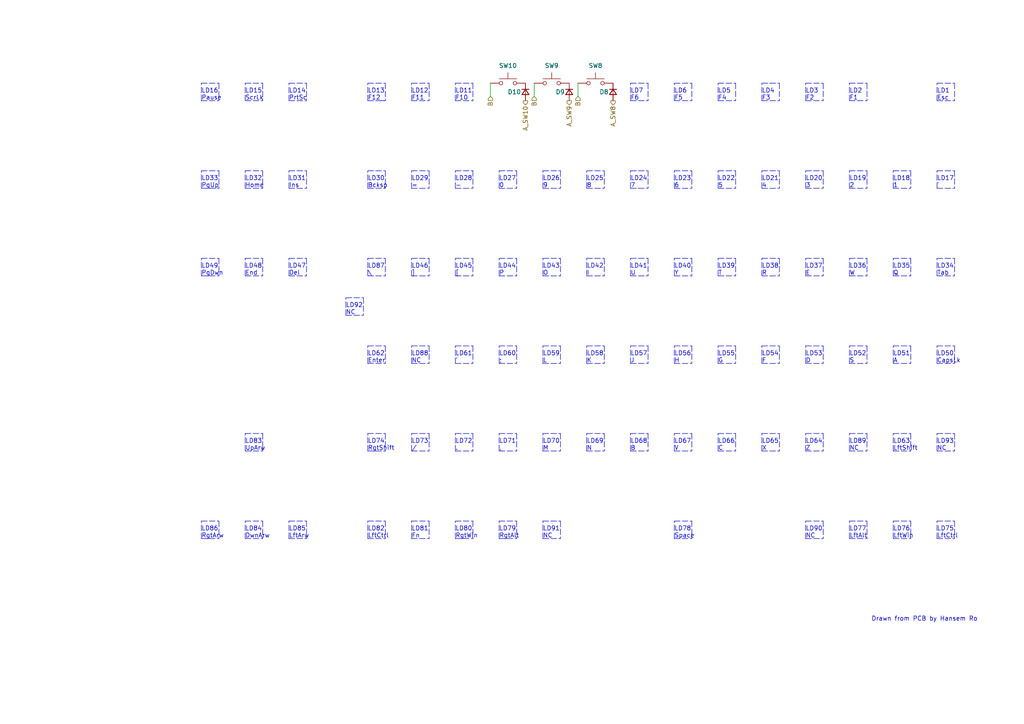
<source format=kicad_sch>
(kicad_sch (version 20211123) (generator eeschema)
  (paper "A4")
  (lib_symbols
    (symbol "Device:D_Small" (pin_numbers hide) (pin_names (offset 0.254) hide)
      (property "Reference" "D" (at -1.27 2.032 0))
      (property "Value" "D_Small" (at -3.81 -2.032 0))
      (symbol "D_Small_0_1"
        (polyline (pts (xy -0.762 -1.016) (xy -0.762 1.016)) (stroke (width 0.254)))
        (polyline (pts (xy -0.762 0) (xy 0.762 0)))
        (polyline (pts (xy 0.762 -1.016) (xy -0.762 0) (xy 0.762 1.016) (xy 0.762 -1.016)) (stroke (width 0.254)))
      )
      (symbol "D_Small_1_1"
        (pin passive line (at -2.54 0 0) (length 1.778) (name "K") (number "1"))
        (pin passive line (at 2.54 0 180) (length 1.778) (name "A") (number "2"))
      )
    )
    (symbol "Switch:SW_Push" (pin_numbers hide) (pin_names (offset 1.016) hide)
      (property "Reference" "SW" (at 1.27 2.54 0))
      (property "Value" "SW_Push" (at 0 -1.524 0))
      (symbol "SW_Push_0_1"
        (circle (center -2.032 0) (radius 0.508))
        (polyline (pts (xy 0 1.27) (xy 0 3.048)))
        (polyline (pts (xy 2.54 1.27) (xy -2.54 1.27)))
        (circle (center 2.032 0) (radius 0.508))
        (pin passive line (at -5.08 0 0) (length 2.54) (name "1") (number "1"))
        (pin passive line (at 5.08 0 180) (length 2.54) (name "2") (number "2"))
      )
    )
  )
  (polyline (pts (xy 226.06 125.73) (xy 226.06 130.81)))
  (polyline (pts (xy 119.38 156.21) (xy 124.46 156.21)))
  (polyline (pts (xy 276.86 151.13) (xy 276.86 156.21)))
  (polyline (pts (xy 271.78 151.13) (xy 276.86 151.13)))
  (polyline (pts (xy 259.08 49.53) (xy 264.16 49.53)))
  (polyline (pts (xy 220.98 24.13) (xy 226.06 24.13)))
  (polyline (pts (xy 226.06 49.53) (xy 226.06 54.61)))
  (polyline (pts (xy 187.96 100.33) (xy 187.96 105.41)))
  (polyline (pts (xy 271.78 80.01) (xy 276.86 80.01)))
  (polyline (pts (xy 157.48 151.13) (xy 162.56 151.13)))
  (polyline (pts (xy 83.82 54.61) (xy 83.82 49.53)))
  (polyline (pts (xy 170.18 130.81) (xy 175.26 130.81)))
  (polyline (pts (xy 175.26 49.53) (xy 175.26 54.61)))
  (polyline (pts (xy 259.08 105.41) (xy 264.16 105.41)))
  (polyline (pts (xy 264.16 151.13) (xy 264.16 156.21)))
  (polyline (pts (xy 106.68 125.73) (xy 111.76 125.73)))
  (polyline (pts (xy 233.68 54.61) (xy 238.76 54.61)))
  (polyline (pts (xy 119.38 80.01) (xy 124.46 80.01)))
  (polyline (pts (xy 259.08 80.01) (xy 264.16 80.01)))
  (polyline (pts (xy 271.78 80.01) (xy 271.78 74.93)))
  (polyline (pts (xy 106.68 105.41) (xy 111.76 105.41)))
  (polyline (pts (xy 132.08 100.33) (xy 137.16 100.33)))
  (polyline (pts (xy 157.48 54.61) (xy 157.48 49.53)))
  (polyline (pts (xy 195.58 125.73) (xy 200.66 125.73)))
  (polyline (pts (xy 200.66 49.53) (xy 200.66 54.61)))
  (polyline (pts (xy 137.16 24.13) (xy 137.16 29.21)))
  (polyline (pts (xy 195.58 80.01) (xy 195.58 74.93)))
  (polyline (pts (xy 195.58 105.41) (xy 200.66 105.41)))
  (polyline (pts (xy 119.38 151.13) (xy 124.46 151.13)))
  (polyline (pts (xy 208.28 105.41) (xy 213.36 105.41)))
  (polyline (pts (xy 246.38 80.01) (xy 251.46 80.01)))
  (polyline (pts (xy 132.08 24.13) (xy 137.16 24.13)))
  (wire (pts (xy 154.94 24.13) (xy 154.94 27.94)))
  (polyline (pts (xy 220.98 49.53) (xy 226.06 49.53)))
  (polyline (pts (xy 144.78 130.81) (xy 149.86 130.81)))
  (polyline (pts (xy 208.28 130.81) (xy 213.36 130.81)))
  (polyline (pts (xy 195.58 54.61) (xy 195.58 49.53)))
  (polyline (pts (xy 195.58 130.81) (xy 195.58 125.73)))
  (polyline (pts (xy 132.08 105.41) (xy 137.16 105.41)))
  (polyline (pts (xy 182.88 54.61) (xy 182.88 49.53)))
  (polyline (pts (xy 246.38 49.53) (xy 251.46 49.53)))
  (polyline (pts (xy 170.18 105.41) (xy 175.26 105.41)))
  (polyline (pts (xy 182.88 105.41) (xy 187.96 105.41)))
  (polyline (pts (xy 144.78 80.01) (xy 149.86 80.01)))
  (polyline (pts (xy 157.48 130.81) (xy 157.48 125.73)))
  (polyline (pts (xy 271.78 24.13) (xy 276.86 24.13)))
  (polyline (pts (xy 88.9 74.93) (xy 88.9 80.01)))
  (polyline (pts (xy 170.18 54.61) (xy 170.18 49.53)))
  (polyline (pts (xy 149.86 49.53) (xy 149.86 54.61)))
  (polyline (pts (xy 251.46 125.73) (xy 251.46 130.81)))
  (polyline (pts (xy 233.68 151.13) (xy 238.76 151.13)))
  (polyline (pts (xy 208.28 130.81) (xy 208.28 125.73)))
  (polyline (pts (xy 106.68 54.61) (xy 106.68 49.53)))
  (polyline (pts (xy 271.78 105.41) (xy 276.86 105.41)))
  (polyline (pts (xy 195.58 130.81) (xy 200.66 130.81)))
  (polyline (pts (xy 132.08 74.93) (xy 137.16 74.93)))
  (polyline (pts (xy 208.28 29.21) (xy 213.36 29.21)))
  (polyline (pts (xy 233.68 49.53) (xy 238.76 49.53)))
  (polyline (pts (xy 144.78 80.01) (xy 144.78 74.93)))
  (polyline (pts (xy 106.68 29.21) (xy 106.68 24.13)))
  (polyline (pts (xy 276.86 24.13) (xy 276.86 29.21)))
  (polyline (pts (xy 246.38 54.61) (xy 251.46 54.61)))
  (polyline (pts (xy 88.9 24.13) (xy 88.9 29.21)))
  (polyline (pts (xy 233.68 29.21) (xy 238.76 29.21)))
  (polyline (pts (xy 213.36 125.73) (xy 213.36 130.81)))
  (polyline (pts (xy 58.42 29.21) (xy 63.5 29.21)))
  (polyline (pts (xy 233.68 54.61) (xy 233.68 49.53)))
  (polyline (pts (xy 58.42 151.13) (xy 63.5 151.13)))
  (polyline (pts (xy 208.28 24.13) (xy 213.36 24.13)))
  (polyline (pts (xy 76.2 125.73) (xy 76.2 130.81)))
  (polyline (pts (xy 137.16 74.93) (xy 137.16 80.01)))
  (polyline (pts (xy 71.12 54.61) (xy 76.2 54.61)))
  (polyline (pts (xy 213.36 49.53) (xy 213.36 54.61)))
  (polyline (pts (xy 233.68 74.93) (xy 238.76 74.93)))
  (polyline (pts (xy 259.08 130.81) (xy 259.08 125.73)))
  (polyline (pts (xy 220.98 105.41) (xy 220.98 100.33)))
  (polyline (pts (xy 124.46 125.73) (xy 124.46 130.81)))
  (polyline (pts (xy 106.68 80.01) (xy 106.68 74.93)))
  (polyline (pts (xy 124.46 74.93) (xy 124.46 80.01)))
  (polyline (pts (xy 105.41 86.36) (xy 105.41 91.44)))
  (polyline (pts (xy 259.08 156.21) (xy 259.08 151.13)))
  (polyline (pts (xy 200.66 125.73) (xy 200.66 130.81)))
  (polyline (pts (xy 88.9 49.53) (xy 88.9 54.61)))
  (polyline (pts (xy 238.76 151.13) (xy 238.76 156.21)))
  (polyline (pts (xy 157.48 105.41) (xy 162.56 105.41)))
  (polyline (pts (xy 246.38 29.21) (xy 251.46 29.21)))
  (polyline (pts (xy 220.98 105.41) (xy 226.06 105.41)))
  (polyline (pts (xy 246.38 105.41) (xy 251.46 105.41)))
  (polyline (pts (xy 58.42 24.13) (xy 63.5 24.13)))
  (polyline (pts (xy 100.33 86.36) (xy 105.41 86.36)))
  (polyline (pts (xy 271.78 130.81) (xy 271.78 125.73)))
  (polyline (pts (xy 132.08 130.81) (xy 132.08 125.73)))
  (polyline (pts (xy 111.76 24.13) (xy 111.76 29.21)))
  (polyline (pts (xy 170.18 130.81) (xy 170.18 125.73)))
  (polyline (pts (xy 238.76 74.93) (xy 238.76 80.01)))
  (polyline (pts (xy 106.68 80.01) (xy 111.76 80.01)))
  (polyline (pts (xy 144.78 54.61) (xy 149.86 54.61)))
  (polyline (pts (xy 271.78 54.61) (xy 276.86 54.61)))
  (polyline (pts (xy 124.46 24.13) (xy 124.46 29.21)))
  (polyline (pts (xy 124.46 49.53) (xy 124.46 54.61)))
  (polyline (pts (xy 71.12 125.73) (xy 76.2 125.73)))
  (polyline (pts (xy 76.2 74.93) (xy 76.2 80.01)))
  (polyline (pts (xy 157.48 156.21) (xy 162.56 156.21)))
  (polyline (pts (xy 182.88 29.21) (xy 187.96 29.21)))
  (polyline (pts (xy 208.28 49.53) (xy 213.36 49.53)))
  (polyline (pts (xy 162.56 49.53) (xy 162.56 54.61)))
  (polyline (pts (xy 76.2 24.13) (xy 76.2 29.21)))
  (polyline (pts (xy 132.08 54.61) (xy 132.08 49.53)))
  (polyline (pts (xy 144.78 49.53) (xy 149.86 49.53)))
  (polyline (pts (xy 276.86 74.93) (xy 276.86 80.01)))
  (polyline (pts (xy 187.96 74.93) (xy 187.96 80.01)))
  (polyline (pts (xy 132.08 49.53) (xy 137.16 49.53)))
  (polyline (pts (xy 83.82 151.13) (xy 88.9 151.13)))
  (polyline (pts (xy 251.46 74.93) (xy 251.46 80.01)))
  (polyline (pts (xy 149.86 74.93) (xy 149.86 80.01)))
  (polyline (pts (xy 200.66 74.93) (xy 200.66 80.01)))
  (polyline (pts (xy 71.12 130.81) (xy 76.2 130.81)))
  (polyline (pts (xy 119.38 100.33) (xy 124.46 100.33)))
  (polyline (pts (xy 111.76 29.21) (xy 110.49 29.21)))
  (polyline (pts (xy 71.12 49.53) (xy 76.2 49.53)))
  (polyline (pts (xy 58.42 74.93) (xy 63.5 74.93)))
  (polyline (pts (xy 71.12 156.21) (xy 76.2 156.21)))
  (polyline (pts (xy 195.58 156.21) (xy 195.58 151.13)))
  (polyline (pts (xy 208.28 74.93) (xy 213.36 74.93)))
  (polyline (pts (xy 246.38 156.21) (xy 246.38 151.13)))
  (polyline (pts (xy 170.18 100.33) (xy 175.26 100.33)))
  (polyline (pts (xy 233.68 80.01) (xy 233.68 74.93)))
  (polyline (pts (xy 182.88 74.93) (xy 187.96 74.93)))
  (polyline (pts (xy 83.82 156.21) (xy 88.9 156.21)))
  (polyline (pts (xy 233.68 125.73) (xy 238.76 125.73)))
  (polyline (pts (xy 246.38 74.93) (xy 251.46 74.93)))
  (polyline (pts (xy 195.58 74.93) (xy 200.66 74.93)))
  (polyline (pts (xy 106.68 105.41) (xy 106.68 100.33)))
  (polyline (pts (xy 220.98 80.01) (xy 220.98 74.93)))
  (polyline (pts (xy 132.08 29.21) (xy 132.08 24.13)))
  (polyline (pts (xy 111.76 74.93) (xy 111.76 80.01)))
  (polyline (pts (xy 271.78 74.93) (xy 276.86 74.93)))
  (polyline (pts (xy 132.08 130.81) (xy 137.16 130.81)))
  (polyline (pts (xy 195.58 49.53) (xy 200.66 49.53)))
  (polyline (pts (xy 175.26 74.93) (xy 175.26 80.01)))
  (polyline (pts (xy 170.18 80.01) (xy 175.26 80.01)))
  (polyline (pts (xy 71.12 29.21) (xy 71.12 24.13)))
  (polyline (pts (xy 246.38 125.73) (xy 251.46 125.73)))
  (polyline (pts (xy 58.42 29.21) (xy 58.42 24.13)))
  (polyline (pts (xy 106.68 151.13) (xy 111.76 151.13)))
  (polyline (pts (xy 106.68 156.21) (xy 111.76 156.21)))
  (polyline (pts (xy 137.16 151.13) (xy 137.16 156.21)))
  (polyline (pts (xy 157.48 80.01) (xy 162.56 80.01)))
  (polyline (pts (xy 271.78 100.33) (xy 276.86 100.33)))
  (polyline (pts (xy 71.12 54.61) (xy 71.12 49.53)))
  (polyline (pts (xy 208.28 80.01) (xy 208.28 74.93)))
  (polyline (pts (xy 119.38 105.41) (xy 119.38 100.33)))
  (polyline (pts (xy 226.06 100.33) (xy 226.06 105.41)))
  (polyline (pts (xy 83.82 74.93) (xy 88.9 74.93)))
  (polyline (pts (xy 182.88 130.81) (xy 187.96 130.81)))
  (polyline (pts (xy 238.76 125.73) (xy 238.76 130.81)))
  (polyline (pts (xy 170.18 54.61) (xy 175.26 54.61)))
  (polyline (pts (xy 233.68 100.33) (xy 238.76 100.33)))
  (polyline (pts (xy 200.66 151.13) (xy 200.66 156.21)))
  (polyline (pts (xy 157.48 125.73) (xy 162.56 125.73)))
  (polyline (pts (xy 271.78 54.61) (xy 271.78 49.53)))
  (polyline (pts (xy 88.9 151.13) (xy 88.9 156.21)))
  (polyline (pts (xy 83.82 54.61) (xy 88.9 54.61)))
  (wire (pts (xy 167.64 24.13) (xy 167.64 27.94)))
  (polyline (pts (xy 170.18 125.73) (xy 175.26 125.73)))
  (polyline (pts (xy 271.78 156.21) (xy 271.78 151.13)))
  (polyline (pts (xy 58.42 49.53) (xy 63.5 49.53)))
  (polyline (pts (xy 271.78 29.21) (xy 276.86 29.21)))
  (polyline (pts (xy 106.68 130.81) (xy 111.76 130.81)))
  (polyline (pts (xy 63.5 151.13) (xy 63.5 156.21)))
  (polyline (pts (xy 246.38 130.81) (xy 246.38 125.73)))
  (polyline (pts (xy 251.46 49.53) (xy 251.46 54.61)))
  (polyline (pts (xy 71.12 29.21) (xy 76.2 29.21)))
  (polyline (pts (xy 246.38 130.81) (xy 251.46 130.81)))
  (polyline (pts (xy 200.66 100.33) (xy 200.66 105.41)))
  (polyline (pts (xy 187.96 125.73) (xy 187.96 130.81)))
  (polyline (pts (xy 271.78 130.81) (xy 276.86 130.81)))
  (polyline (pts (xy 233.68 156.21) (xy 233.68 151.13)))
  (polyline (pts (xy 220.98 54.61) (xy 220.98 49.53)))
  (polyline (pts (xy 162.56 151.13) (xy 162.56 156.21)))
  (polyline (pts (xy 63.5 74.93) (xy 63.5 80.01)))
  (polyline (pts (xy 182.88 125.73) (xy 187.96 125.73)))
  (polyline (pts (xy 271.78 29.21) (xy 271.78 24.13)))
  (polyline (pts (xy 132.08 151.13) (xy 137.16 151.13)))
  (polyline (pts (xy 124.46 151.13) (xy 124.46 156.21)))
  (polyline (pts (xy 58.42 80.01) (xy 58.42 74.93)))
  (polyline (pts (xy 182.88 49.53) (xy 187.96 49.53)))
  (polyline (pts (xy 187.96 24.13) (xy 187.96 29.21)))
  (polyline (pts (xy 200.66 24.13) (xy 200.66 29.21)))
  (polyline (pts (xy 58.42 54.61) (xy 58.42 49.53)))
  (polyline (pts (xy 157.48 49.53) (xy 162.56 49.53)))
  (polyline (pts (xy 195.58 156.21) (xy 200.66 156.21)))
  (polyline (pts (xy 220.98 74.93) (xy 226.06 74.93)))
  (polyline (pts (xy 83.82 80.01) (xy 88.9 80.01)))
  (polyline (pts (xy 220.98 125.73) (xy 226.06 125.73)))
  (polyline (pts (xy 195.58 54.61) (xy 200.66 54.61)))
  (polyline (pts (xy 137.16 100.33) (xy 137.16 105.41)))
  (polyline (pts (xy 106.68 156.21) (xy 106.68 151.13)))
  (polyline (pts (xy 58.42 156.21) (xy 63.5 156.21)))
  (polyline (pts (xy 233.68 80.01) (xy 238.76 80.01)))
  (polyline (pts (xy 259.08 125.73) (xy 264.16 125.73)))
  (polyline (pts (xy 132.08 80.01) (xy 137.16 80.01)))
  (polyline (pts (xy 182.88 54.61) (xy 187.96 54.61)))
  (polyline (pts (xy 71.12 24.13) (xy 76.2 24.13)))
  (polyline (pts (xy 157.48 54.61) (xy 162.56 54.61)))
  (polyline (pts (xy 162.56 74.93) (xy 162.56 80.01)))
  (polyline (pts (xy 124.46 100.33) (xy 124.46 105.41)))
  (polyline (pts (xy 63.5 24.13) (xy 63.5 29.21)))
  (polyline (pts (xy 246.38 80.01) (xy 246.38 74.93)))
  (polyline (pts (xy 220.98 29.21) (xy 220.98 24.13)))
  (polyline (pts (xy 182.88 80.01) (xy 187.96 80.01)))
  (polyline (pts (xy 157.48 100.33) (xy 162.56 100.33)))
  (polyline (pts (xy 182.88 100.33) (xy 187.96 100.33)))
  (polyline (pts (xy 195.58 100.33) (xy 200.66 100.33)))
  (polyline (pts (xy 182.88 24.13) (xy 187.96 24.13)))
  (polyline (pts (xy 162.56 125.73) (xy 162.56 130.81)))
  (polyline (pts (xy 264.16 100.33) (xy 264.16 105.41)))
  (polyline (pts (xy 106.68 74.93) (xy 111.76 74.93)))
  (polyline (pts (xy 144.78 156.21) (xy 144.78 151.13)))
  (polyline (pts (xy 233.68 29.21) (xy 233.68 24.13)))
  (polyline (pts (xy 246.38 105.41) (xy 246.38 100.33)))
  (polyline (pts (xy 71.12 80.01) (xy 71.12 74.93)))
  (polyline (pts (xy 208.28 125.73) (xy 213.36 125.73)))
  (polyline (pts (xy 106.68 49.53) (xy 111.76 49.53)))
  (polyline (pts (xy 271.78 105.41) (xy 271.78 100.33)))
  (polyline (pts (xy 264.16 74.93) (xy 264.16 80.01)))
  (polyline (pts (xy 106.68 29.21) (xy 111.76 29.21)))
  (polyline (pts (xy 144.78 130.81) (xy 144.78 125.73)))
  (polyline (pts (xy 106.68 54.61) (xy 111.76 54.61)))
  (polyline (pts (xy 76.2 49.53) (xy 76.2 54.61)))
  (polyline (pts (xy 233.68 130.81) (xy 233.68 125.73)))
  (polyline (pts (xy 132.08 156.21) (xy 132.08 151.13)))
  (polyline (pts (xy 238.76 24.13) (xy 238.76 29.21)))
  (polyline (pts (xy 58.42 54.61) (xy 63.5 54.61)))
  (polyline (pts (xy 144.78 156.21) (xy 149.86 156.21)))
  (polyline (pts (xy 238.76 49.53) (xy 238.76 54.61)))
  (polyline (pts (xy 119.38 24.13) (xy 124.46 24.13)))
  (polyline (pts (xy 259.08 130.81) (xy 264.16 130.81)))
  (polyline (pts (xy 195.58 24.13) (xy 200.66 24.13)))
  (polyline (pts (xy 271.78 156.21) (xy 276.86 156.21)))
  (polyline (pts (xy 259.08 151.13) (xy 264.16 151.13)))
  (polyline (pts (xy 220.98 80.01) (xy 226.06 80.01)))
  (polyline (pts (xy 76.2 151.13) (xy 76.2 156.21)))
  (polyline (pts (xy 259.08 54.61) (xy 264.16 54.61)))
  (polyline (pts (xy 182.88 29.21) (xy 182.88 24.13)))
  (polyline (pts (xy 144.78 54.61) (xy 144.78 49.53)))
  (polyline (pts (xy 220.98 100.33) (xy 226.06 100.33)))
  (polyline (pts (xy 157.48 74.93) (xy 162.56 74.93)))
  (polyline (pts (xy 195.58 80.01) (xy 200.66 80.01)))
  (polyline (pts (xy 119.38 29.21) (xy 119.38 24.13)))
  (polyline (pts (xy 119.38 54.61) (xy 124.46 54.61)))
  (polyline (pts (xy 137.16 125.73) (xy 137.16 130.81)))
  (polyline (pts (xy 246.38 156.21) (xy 251.46 156.21)))
  (polyline (pts (xy 119.38 54.61) (xy 119.38 49.53)))
  (polyline (pts (xy 83.82 156.21) (xy 83.82 151.13)))
  (polyline (pts (xy 195.58 29.21) (xy 200.66 29.21)))
  (polyline (pts (xy 111.76 100.33) (xy 111.76 105.41)))
  (polyline (pts (xy 251.46 100.33) (xy 251.46 105.41)))
  (polyline (pts (xy 157.48 80.01) (xy 157.48 74.93)))
  (polyline (pts (xy 83.82 49.53) (xy 88.9 49.53)))
  (polyline (pts (xy 233.68 24.13) (xy 238.76 24.13)))
  (polyline (pts (xy 111.76 49.53) (xy 111.76 54.61)))
  (polyline (pts (xy 246.38 151.13) (xy 251.46 151.13)))
  (polyline (pts (xy 259.08 80.01) (xy 259.08 74.93)))
  (polyline (pts (xy 233.68 105.41) (xy 233.68 100.33)))
  (polyline (pts (xy 58.42 80.01) (xy 63.5 80.01)))
  (polyline (pts (xy 132.08 156.21) (xy 137.16 156.21)))
  (polyline (pts (xy 162.56 100.33) (xy 162.56 105.41)))
  (polyline (pts (xy 144.78 100.33) (xy 149.86 100.33)))
  (polyline (pts (xy 213.36 24.13) (xy 213.36 29.21)))
  (polyline (pts (xy 175.26 100.33) (xy 175.26 105.41)))
  (polyline (pts (xy 144.78 105.41) (xy 149.86 105.41)))
  (polyline (pts (xy 119.38 74.93) (xy 124.46 74.93)))
  (polyline (pts (xy 144.78 125.73) (xy 149.86 125.73)))
  (polyline (pts (xy 182.88 80.01) (xy 182.88 74.93)))
  (polyline (pts (xy 246.38 24.13) (xy 251.46 24.13)))
  (polyline (pts (xy 246.38 54.61) (xy 246.38 49.53)))
  (polyline (pts (xy 276.86 100.33) (xy 276.86 105.41)))
  (polyline (pts (xy 213.36 100.33) (xy 213.36 105.41)))
  (polyline (pts (xy 149.86 151.13) (xy 149.86 156.21)))
  (polyline (pts (xy 170.18 80.01) (xy 170.18 74.93)))
  (polyline (pts (xy 119.38 156.21) (xy 119.38 151.13)))
  (polyline (pts (xy 271.78 125.73) (xy 276.86 125.73)))
  (polyline (pts (xy 208.28 54.61) (xy 213.36 54.61)))
  (polyline (pts (xy 83.82 29.21) (xy 83.82 24.13)))
  (polyline (pts (xy 157.48 130.81) (xy 162.56 130.81)))
  (polyline (pts (xy 195.58 151.13) (xy 200.66 151.13)))
  (polyline (pts (xy 175.26 125.73) (xy 175.26 130.81)))
  (polyline (pts (xy 220.98 130.81) (xy 226.06 130.81)))
  (polyline (pts (xy 71.12 151.13) (xy 76.2 151.13)))
  (polyline (pts (xy 182.88 130.81) (xy 182.88 125.73)))
  (polyline (pts (xy 220.98 29.21) (xy 226.06 29.21)))
  (polyline (pts (xy 132.08 54.61) (xy 137.16 54.61)))
  (polyline (pts (xy 170.18 74.93) (xy 175.26 74.93)))
  (polyline (pts (xy 144.78 105.41) (xy 144.78 100.33)))
  (polyline (pts (xy 119.38 29.21) (xy 124.46 29.21)))
  (polyline (pts (xy 132.08 125.73) (xy 137.16 125.73)))
  (polyline (pts (xy 259.08 100.33) (xy 264.16 100.33)))
  (polyline (pts (xy 106.68 100.33) (xy 111.76 100.33)))
  (polyline (pts (xy 144.78 151.13) (xy 149.86 151.13)))
  (polyline (pts (xy 119.38 130.81) (xy 124.46 130.81)))
  (polyline (pts (xy 119.38 125.73) (xy 124.46 125.73)))
  (polyline (pts (xy 111.76 151.13) (xy 111.76 156.21)))
  (polyline (pts (xy 233.68 130.81) (xy 238.76 130.81)))
  (polyline (pts (xy 208.28 29.21) (xy 208.28 24.13)))
  (polyline (pts (xy 259.08 54.61) (xy 259.08 49.53)))
  (polyline (pts (xy 157.48 156.21) (xy 157.48 151.13)))
  (polyline (pts (xy 251.46 24.13) (xy 251.46 29.21)))
  (polyline (pts (xy 187.96 49.53) (xy 187.96 54.61)))
  (polyline (pts (xy 246.38 29.21) (xy 246.38 24.13)))
  (polyline (pts (xy 132.08 105.41) (xy 132.08 100.33)))
  (polyline (pts (xy 119.38 49.53) (xy 124.46 49.53)))
  (polyline (pts (xy 71.12 156.21) (xy 71.12 151.13)))
  (polyline (pts (xy 226.06 24.13) (xy 226.06 29.21)))
  (polyline (pts (xy 259.08 156.21) (xy 264.16 156.21)))
  (polyline (pts (xy 220.98 130.81) (xy 220.98 125.73)))
  (polyline (pts (xy 238.76 100.33) (xy 238.76 105.41)))
  (polyline (pts (xy 119.38 105.41) (xy 124.46 105.41)))
  (polyline (pts (xy 264.16 125.73) (xy 264.16 130.81)))
  (polyline (pts (xy 233.68 105.41) (xy 238.76 105.41)))
  (polyline (pts (xy 208.28 100.33) (xy 213.36 100.33)))
  (polyline (pts (xy 71.12 74.93) (xy 76.2 74.93)))
  (polyline (pts (xy 251.46 151.13) (xy 251.46 156.21)))
  (polyline (pts (xy 71.12 130.81) (xy 71.12 125.73)))
  (polyline (pts (xy 83.82 80.01) (xy 83.82 74.93)))
  (polyline (pts (xy 119.38 80.01) (xy 119.38 74.93)))
  (polyline (pts (xy 276.86 49.53) (xy 276.86 54.61)))
  (polyline (pts (xy 119.38 130.81) (xy 119.38 125.73)))
  (polyline (pts (xy 132.08 80.01) (xy 132.08 74.93)))
  (polyline (pts (xy 195.58 105.41) (xy 195.58 100.33)))
  (polyline (pts (xy 259.08 74.93) (xy 264.16 74.93)))
  (polyline (pts (xy 83.82 29.21) (xy 88.9 29.21)))
  (polyline (pts (xy 100.33 91.44) (xy 100.33 86.36)))
  (polyline (pts (xy 58.42 156.21) (xy 58.42 151.13)))
  (polyline (pts (xy 106.68 130.81) (xy 106.68 125.73)))
  (wire (pts (xy 142.24 24.13) (xy 142.24 27.94)))
  (polyline (pts (xy 157.48 105.41) (xy 157.48 100.33)))
  (polyline (pts (xy 233.68 156.21) (xy 238.76 156.21)))
  (polyline (pts (xy 220.98 54.61) (xy 226.06 54.61)))
  (polyline (pts (xy 208.28 80.01) (xy 213.36 80.01)))
  (polyline (pts (xy 246.38 100.33) (xy 251.46 100.33)))
  (polyline (pts (xy 195.58 29.21) (xy 195.58 24.13)))
  (polyline (pts (xy 149.86 125.73) (xy 149.86 130.81)))
  (polyline (pts (xy 208.28 54.61) (xy 208.28 49.53)))
  (polyline (pts (xy 271.78 49.53) (xy 276.86 49.53)))
  (polyline (pts (xy 83.82 24.13) (xy 88.9 24.13)))
  (polyline (pts (xy 149.86 100.33) (xy 149.86 105.41)))
  (polyline (pts (xy 170.18 105.41) (xy 170.18 100.33)))
  (polyline (pts (xy 63.5 49.53) (xy 63.5 54.61)))
  (polyline (pts (xy 226.06 74.93) (xy 226.06 80.01)))
  (polyline (pts (xy 100.33 91.44) (xy 105.41 91.44)))
  (polyline (pts (xy 111.76 125.73) (xy 111.76 130.81)))
  (polyline (pts (xy 137.16 49.53) (xy 137.16 54.61)))
  (polyline (pts (xy 259.08 105.41) (xy 259.08 100.33)))
  (polyline (pts (xy 106.68 24.13) (xy 111.76 24.13)))
  (polyline (pts (xy 170.18 49.53) (xy 175.26 49.53)))
  (polyline (pts (xy 182.88 105.41) (xy 182.88 100.33)))
  (polyline (pts (xy 276.86 125.73) (xy 276.86 130.81)))
  (polyline (pts (xy 132.08 29.21) (xy 137.16 29.21)))
  (polyline (pts (xy 264.16 49.53) (xy 264.16 54.61)))
  (polyline (pts (xy 144.78 74.93) (xy 149.86 74.93)))
  (polyline (pts (xy 213.36 74.93) (xy 213.36 80.01)))
  (polyline (pts (xy 71.12 80.01) (xy 76.2 80.01)))
  (polyline (pts (xy 208.28 105.41) (xy 208.28 100.33)))
  (text "LD31\nIns" (at 83.82 54.61 0) (effects (font (size 1.27 1.27)) (justify left bottom)))
  (text "LD13\nF12" (at 106.68 29.21 0) (effects (font (size 1.27 1.27)) (justify left bottom)))
  (text "LD20\n3" (at 233.68 54.61 0) (effects (font (size 1.27 1.27)) (justify left bottom)))
  (text "LD67\nV" (at 195.58 130.81 0) (effects (font (size 1.27 1.27)) (justify left bottom)))
  (text "LD73\n/" (at 119.38 130.81 0) (effects (font (size 1.27 1.27)) (justify left bottom)))
  (text "LD55\nG" (at 208.28 105.41 0) (effects (font (size 1.27 1.27)) (justify left bottom)))
  (text "LD88\nNC" (at 119.38 105.41 0) (effects (font (size 1.27 1.27)) (justify left bottom)))
  (text "LD65\nX" (at 220.98 130.81 0) (effects (font (size 1.27 1.27)) (justify left bottom)))
  (text "LD32\nHome" (at 71.12 54.61 0) (effects (font (size 1.27 1.27)) (justify left bottom)))
  (text "LD54\nF" (at 220.98 105.41 0) (effects (font (size 1.27 1.27)) (justify left bottom)))
  (text "LD64\nZ" (at 233.68 130.81 0) (effects (font (size 1.27 1.27)) (justify left bottom)))
  (text "LD87\n\\" (at 106.68 80.01 0) (effects (font (size 1.27 1.27)) (justify left bottom)))
  (text "LD27\n0" (at 144.78 54.61 0) (effects (font (size 1.27 1.27)) (justify left bottom)))
  (text "LD66\nC" (at 208.28 130.81 0) (effects (font (size 1.27 1.27)) (justify left bottom)))
  (text "LD56\nH" (at 195.58 105.41 0) (effects (font (size 1.27 1.27)) (justify left bottom)))
  (text "LD11\nF10" (at 132.08 29.21 0) (effects (font (size 1.27 1.27)) (justify left bottom)))
  (text "LD19\n2" (at 246.38 54.61 0) (effects (font (size 1.27 1.27)) (justify left bottom)))
  (text "LD58\nK" (at 170.18 105.41 0) (effects (font (size 1.27 1.27)) (justify left bottom)))
  (text "LD60\n;" (at 144.78 105.41 0) (effects (font (size 1.27 1.27)) (justify left bottom)))
  (text "LD79\nRgtAlt" (at 144.78 156.21 0) (effects (font (size 1.27 1.27)) (justify left bottom)))
  (text "LD30\nBcksp" (at 106.68 54.61 0) (effects (font (size 1.27 1.27)) (justify left bottom)))
  (text "LD24\n7" (at 182.88 54.61 0) (effects (font (size 1.27 1.27)) (justify left bottom)))
  (text "LD36\nW" (at 246.38 80.01 0) (effects (font (size 1.27 1.27)) (justify left bottom)))
  (text "LD51\nA" (at 259.08 105.41 0) (effects (font (size 1.27 1.27)) (justify left bottom)))
  (text "LD35\nQ" (at 259.08 80.01 0) (effects (font (size 1.27 1.27)) (justify left bottom)))
  (text "LD72\n." (at 132.08 130.81 0) (effects (font (size 1.27 1.27)) (justify left bottom)))
  (text "LD4\nF3" (at 220.98 29.21 0) (effects (font (size 1.27 1.27)) (justify left bottom)))
  (text "LD15\nScrLk" (at 71.12 29.21 0) (effects (font (size 1.27 1.27)) (justify left bottom)))
  (text "LD59\nL" (at 157.48 105.41 0) (effects (font (size 1.27 1.27)) (justify left bottom)))
  (text "LD57\nJ" (at 182.88 105.41 0) (effects (font (size 1.27 1.27)) (justify left bottom)))
  (text "LD40\nY" (at 195.58 80.01 0) (effects (font (size 1.27 1.27)) (justify left bottom)))
  (text "LD74\nRgtShift" (at 106.68 130.81 0) (effects (font (size 1.27 1.27)) (justify left bottom)))
  (text "LD6\nF5" (at 195.58 29.21 0) (effects (font (size 1.27 1.27)) (justify left bottom)))
  (text "LD80\nRgtWin" (at 132.08 156.21 0) (effects (font (size 1.27 1.27)) (justify left bottom)))
  (text "LD50\nCapsLk" (at 271.78 105.41 0) (effects (font (size 1.27 1.27)) (justify left bottom)))
  (text "LD70\nM" (at 157.48 130.81 0) (effects (font (size 1.27 1.27)) (justify left bottom)))
  (text "LD38\nR" (at 220.98 80.01 0) (effects (font (size 1.27 1.27)) (justify left bottom)))
  (text "LD7\nF6" (at 182.88 29.21 0) (effects (font (size 1.27 1.27)) (justify left bottom)))
  (text "Drawn from PCB by Hansem Ro" (at 252.73 180.34 0) (effects (font (size 1.27 1.27)) (justify left bottom)))
  (text "LD84\nDwnArw" (at 71.12 156.21 0) (effects (font (size 1.27 1.27)) (justify left bottom)))
  (text "LD17\n`" (at 271.78 54.61 0) (effects (font (size 1.27 1.27)) (justify left bottom)))
  (text "LD41\nU" (at 182.88 80.01 0) (effects (font (size 1.27 1.27)) (justify left bottom)))
  (text "LD68\nB" (at 182.88 130.81 0) (effects (font (size 1.27 1.27)) (justify left bottom)))
  (text "LD63\nLftShift" (at 259.08 130.81 0) (effects (font (size 1.27 1.27)) (justify left bottom)))
  (text "LD90\nNC" (at 233.68 156.21 0) (effects (font (size 1.27 1.27)) (justify left bottom)))
  (text "LD26\n9" (at 157.48 54.61 0) (effects (font (size 1.27 1.27)) (justify left bottom)))
  (text "LD42\nI" (at 170.18 80.01 0) (effects (font (size 1.27 1.27)) (justify left bottom)))
  (text "LD18\n1" (at 259.08 54.61 0) (effects (font (size 1.27 1.27)) (justify left bottom)))
  (text "LD48\nEnd" (at 71.12 80.01 0) (effects (font (size 1.27 1.27)) (justify left bottom)))
  (text "LD12\nF11" (at 119.38 29.21 0) (effects (font (size 1.27 1.27)) (justify left bottom)))
  (text "LD76\nLftWin" (at 259.08 156.21 0) (effects (font (size 1.27 1.27)) (justify left bottom)))
  (text "LD46\n]" (at 119.38 80.01 0) (effects (font (size 1.27 1.27)) (justify left bottom)))
  (text "LD86\nRgtArw" (at 58.42 156.21 0) (effects (font (size 1.27 1.27)) (justify left bottom)))
  (text "LD29\n=" (at 119.38 54.61 0) (effects (font (size 1.27 1.27)) (justify left bottom)))
  (text "LD71\n," (at 144.78 130.81 0) (effects (font (size 1.27 1.27)) (justify left bottom)))
  (text "LD37\nE" (at 233.68 80.01 0) (effects (font (size 1.27 1.27)) (justify left bottom)))
  (text "LD89\nNC" (at 246.38 130.81 0) (effects (font (size 1.27 1.27)) (justify left bottom)))
  (text "LD5\nF4" (at 208.28 29.21 0) (effects (font (size 1.27 1.27)) (justify left bottom)))
  (text "LD49\nPgDwn" (at 58.42 80.01 0) (effects (font (size 1.27 1.27)) (justify left bottom)))
  (text "LD14\nPrtSc" (at 83.82 29.21 0) (effects (font (size 1.27 1.27)) (justify left bottom)))
  (text "LD44\nP" (at 144.78 80.01 0) (effects (font (size 1.27 1.27)) (justify left bottom)))
  (text "LD21\n4" (at 220.98 54.61 0) (effects (font (size 1.27 1.27)) (justify left bottom)))
  (text "LD3\nF2" (at 233.68 29.21 0) (effects (font (size 1.27 1.27)) (justify left bottom)))
  (text "LD69\nN" (at 170.18 130.81 0) (effects (font (size 1.27 1.27)) (justify left bottom)))
  (text "LD82\nLftCtrl" (at 106.68 156.21 0) (effects (font (size 1.27 1.27)) (justify left bottom)))
  (text "LD28\n-" (at 132.08 54.61 0) (effects (font (size 1.27 1.27)) (justify left bottom)))
  (text "LD1\nEsc" (at 271.78 29.21 0) (effects (font (size 1.27 1.27)) (justify left bottom)))
  (text "LD81\nFn" (at 119.38 156.21 0) (effects (font (size 1.27 1.27)) (justify left bottom)))
  (text "LD39\nT" (at 208.28 80.01 0) (effects (font (size 1.27 1.27)) (justify left bottom)))
  (text "LD45\n[" (at 132.08 80.01 0) (effects (font (size 1.27 1.27)) (justify left bottom)))
  (text "LD93\nNC" (at 271.78 130.81 0) (effects (font (size 1.27 1.27)) (justify left bottom)))
  (text "LD43\nO" (at 157.48 80.01 0) (effects (font (size 1.27 1.27)) (justify left bottom)))
  (text "LD47\nDel" (at 83.82 80.01 0) (effects (font (size 1.27 1.27)) (justify left bottom)))
  (text "LD52\nS" (at 246.38 105.41 0) (effects (font (size 1.27 1.27)) (justify left bottom)))
  (text "LD33\nPgUp" (at 58.42 54.61 0) (effects (font (size 1.27 1.27)) (justify left bottom)))
  (text "LD2\nF1" (at 246.38 29.21 0) (effects (font (size 1.27 1.27)) (justify left bottom)))
  (text "LD91\nNC" (at 157.48 156.21 0) (effects (font (size 1.27 1.27)) (justify left bottom)))
  (text "LD16\nPause" (at 58.42 29.21 0) (effects (font (size 1.27 1.27)) (justify left bottom)))
  (text "LD83\nUpArw" (at 71.12 130.81 0) (effects (font (size 1.27 1.27)) (justify left bottom)))
  (text "LD53\nD" (at 233.68 105.41 0) (effects (font (size 1.27 1.27)) (justify left bottom)))
  (text "LD61\n'" (at 132.08 105.41 0) (effects (font (size 1.27 1.27)) (justify left bottom)))
  (text "LD85\nLftArw" (at 83.82 156.21 0) (effects (font (size 1.27 1.27)) (justify left bottom)))
  (text "LD25\n8" (at 170.18 54.61 0) (effects (font (size 1.27 1.27)) (justify left bottom)))
  (text "LD78\nSpace" (at 195.58 156.21 0) (effects (font (size 1.27 1.27)) (justify left bottom)))
  (text "LD34\nTab" (at 271.78 80.01 0) (effects (font (size 1.27 1.27)) (justify left bottom)))
  (text "LD75\nLftCtrl" (at 271.78 156.21 0) (effects (font (size 1.27 1.27)) (justify left bottom)))
  (text "LD92\nNC" (at 100.33 91.44 0) (effects (font (size 1.27 1.27)) (justify left bottom)))
  (text "LD23\n6" (at 195.58 54.61 0) (effects (font (size 1.27 1.27)) (justify left bottom)))
  (text "LD22\n5" (at 208.28 54.61 0) (effects (font (size 1.27 1.27)) (justify left bottom)))
  (text "LD77\nLftAlt" (at 246.38 156.21 0) (effects (font (size 1.27 1.27)) (justify left bottom)))
  (text "LD62\nEnter" (at 106.68 105.41 0) (effects (font (size 1.27 1.27)) (justify left bottom)))
  (hierarchical_label "A_SW10" (shape output) (at 152.4 29.21 270))
  (hierarchical_label "B" (shape input) (at 154.94 27.94 270))
  (hierarchical_label "A_SW8" (shape output) (at 177.8 29.21 270))
  (hierarchical_label "B" (shape input) (at 167.64 27.94 270))
  (hierarchical_label "A_SW9" (shape output) (at 165.1 29.21 270))
  (hierarchical_label "B" (shape input) (at 142.24 27.94 270))
  (symbol (lib_id "Switch:SW_Push") (at 160.02 24.13 0) (unit 1)
    (property "Reference" "SW9" (at 160.02 19.05 0))
  )
  (symbol (lib_id "Device:D_Small") (at 152.4 26.67 270) (unit 1)
    (property "Reference" "D10" (at 151.13 26.67 90) (effects (justify right)))
  )
  (symbol (lib_id "Device:D_Small") (at 177.8 26.67 270) (unit 1)
    (property "Reference" "D8" (at 176.53 26.67 90) (effects (justify right)))
  )
  (symbol (lib_id "Device:D_Small") (at 165.1 26.67 270) (unit 1)
    (property "Reference" "D9" (at 163.83 26.67 90) (effects (justify right)))
  )
  (symbol (lib_id "Switch:SW_Push") (at 147.32 24.13 0) (unit 1)
    (property "Reference" "SW10" (at 147.32 19.05 0))
  )
  (symbol (lib_id "Switch:SW_Push") (at 172.72 24.13 0) (unit 1)
    (property "Reference" "SW8" (at 172.72 19.05 0))
  )
)
</source>
